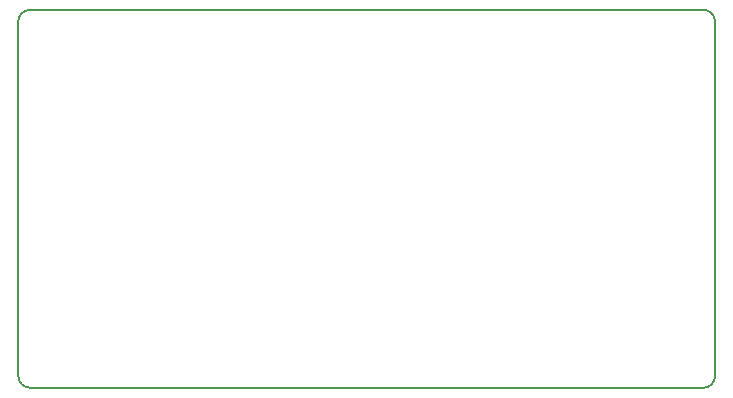
<source format=gko>
%FSLAX25Y25*%
%MOIN*%
G70*
G01*
G75*
G04 Layer_Color=16711935*
%ADD10C,0.02000*%
%ADD11C,0.01500*%
%ADD12C,0.00600*%
%ADD13C,0.01000*%
%ADD14C,0.03000*%
%ADD15C,0.00800*%
%ADD16C,0.02500*%
%ADD17R,0.02362X0.02756*%
%ADD18O,0.05906X0.01575*%
%ADD19R,0.06299X0.10630*%
%ADD20R,0.05512X0.08661*%
%ADD21R,0.05512X0.03543*%
%ADD22R,0.04331X0.05118*%
%ADD23C,0.05906*%
%ADD24R,0.03937X0.12205*%
%ADD25R,0.03937X0.03937*%
%ADD26R,0.05118X0.03150*%
%ADD27R,0.11024X0.08268*%
%ADD28R,0.03543X0.03740*%
%ADD29R,0.03543X0.03740*%
%ADD30O,0.05906X0.00984*%
%ADD31O,0.00984X0.05906*%
%ADD32R,0.03937X0.01378*%
%ADD33O,0.00984X0.02756*%
%ADD34O,0.02756X0.00984*%
%ADD35R,0.10236X0.10630*%
%ADD36R,0.02362X0.03150*%
%ADD37R,0.03150X0.03150*%
%ADD38R,0.03150X0.02362*%
%ADD39R,0.04331X0.03937*%
%ADD40R,0.03150X0.05118*%
%ADD41R,0.08268X0.11024*%
%ADD42R,0.02756X0.02362*%
%ADD43R,0.03500X0.02800*%
%ADD44R,0.02800X0.03500*%
%ADD45R,0.05512X0.06693*%
%ADD46C,0.04724*%
%ADD47R,0.03740X0.03543*%
%ADD48R,0.03740X0.03543*%
%ADD49R,0.07087X0.06299*%
%ADD50R,0.17500X0.26100*%
%ADD51R,0.08900X0.23700*%
%ADD52R,0.37800X0.08900*%
%ADD53R,0.18600X0.12500*%
%ADD54R,0.05300X0.15000*%
%ADD55R,0.08700X0.14600*%
%ADD56R,0.18300X0.06800*%
%ADD57R,0.03100X0.10500*%
%ADD58R,0.27600X0.08000*%
%ADD59R,0.20600X0.13700*%
%ADD60R,0.06700X0.23500*%
%ADD61R,0.10900X0.06800*%
%ADD62R,0.07900X0.07000*%
%ADD63R,0.14900X0.03900*%
%ADD64R,0.05900X0.18900*%
%ADD65R,0.06800X0.03800*%
%ADD66R,0.08500X0.03500*%
%ADD67C,0.07087*%
%ADD68C,0.15748*%
%ADD69R,0.05906X0.05906*%
%ADD70R,0.05906X0.05906*%
%ADD71C,0.01969*%
%ADD72C,0.01575*%
%ADD73C,0.02559*%
%ADD74C,0.02362*%
G04:AMPARAMS|DCode=75|XSize=157.48mil|YSize=118.11mil|CornerRadius=0mil|HoleSize=0mil|Usage=FLASHONLY|Rotation=0.000|XOffset=0mil|YOffset=0mil|HoleType=Round|Shape=Octagon|*
%AMOCTAGOND75*
4,1,8,0.07874,-0.02953,0.07874,0.02953,0.04921,0.05906,-0.04921,0.05906,-0.07874,0.02953,-0.07874,-0.02953,-0.04921,-0.05906,0.04921,-0.05906,0.07874,-0.02953,0.0*
%
%ADD75OCTAGOND75*%

%ADD76O,0.15748X0.11811*%
%ADD77R,0.62400X0.08800*%
%ADD78R,0.10500X0.18500*%
%ADD79C,0.00394*%
%ADD80C,0.00984*%
%ADD81C,0.00984*%
%ADD82C,0.00787*%
%ADD83C,0.00591*%
%ADD84C,0.00500*%
%ADD85C,0.00300*%
%ADD86R,0.03984X0.12820*%
%ADD87O,0.05506X0.01175*%
%ADD88C,0.00100*%
%ADD89R,0.03162X0.03556*%
%ADD90O,0.06706X0.02375*%
%ADD91R,0.07099X0.11430*%
%ADD92R,0.06312X0.09461*%
%ADD93R,0.06312X0.04343*%
%ADD94R,0.05131X0.05918*%
%ADD95C,0.06706*%
%ADD96R,0.04737X0.13005*%
%ADD97R,0.04737X0.04737*%
%ADD98R,0.05918X0.03950*%
%ADD99R,0.11824X0.09068*%
%ADD100R,0.04343X0.04540*%
%ADD101R,0.04343X0.04540*%
%ADD102O,0.06706X0.01784*%
%ADD103O,0.01784X0.06706*%
%ADD104R,0.04737X0.02178*%
%ADD105O,0.01784X0.03556*%
%ADD106O,0.03556X0.01784*%
%ADD107R,0.11036X0.11430*%
%ADD108R,0.03162X0.03950*%
%ADD109R,0.03950X0.03950*%
%ADD110R,0.03950X0.03162*%
%ADD111R,0.05131X0.04737*%
%ADD112R,0.03950X0.05918*%
%ADD113R,0.09068X0.11824*%
%ADD114R,0.03556X0.03162*%
%ADD115R,0.04300X0.03600*%
%ADD116R,0.03600X0.04300*%
%ADD117R,0.06312X0.07493*%
%ADD118C,0.05524*%
%ADD119R,0.04540X0.04343*%
%ADD120R,0.04540X0.04343*%
%ADD121R,0.07887X0.07099*%
%ADD122C,0.07887*%
%ADD123C,0.16548*%
%ADD124R,0.06706X0.06706*%
%ADD125R,0.06706X0.06706*%
%ADD126C,0.02769*%
%ADD127C,0.02375*%
%ADD128C,0.03359*%
%ADD129C,0.03162*%
G04:AMPARAMS|DCode=130|XSize=165.48mil|YSize=126.11mil|CornerRadius=0mil|HoleSize=0mil|Usage=FLASHONLY|Rotation=0.000|XOffset=0mil|YOffset=0mil|HoleType=Round|Shape=Octagon|*
%AMOCTAGOND130*
4,1,8,0.08274,-0.03153,0.08274,0.03153,0.05121,0.06306,-0.05121,0.06306,-0.08274,0.03153,-0.08274,-0.03153,-0.05121,-0.06306,0.05121,-0.06306,0.08274,-0.03153,0.0*
%
%ADD130OCTAGOND130*%

%ADD131O,0.16548X0.12611*%
%ADD132C,0.01200*%
D84*
X-16535Y124016D02*
G03*
X-20472Y120079I0J-3937D01*
G01*
Y1969D02*
G03*
X-16535Y-1969I3937J0D01*
G01*
X207874D02*
G03*
X211811Y1969I0J3937D01*
G01*
Y120079D02*
G03*
X207874Y124016I-3937J0D01*
G01*
X-20472Y1969D02*
Y120079D01*
X-16535Y124016D02*
X207874D01*
X-16535Y-1969D02*
X207874D01*
X211811Y1969D02*
Y120079D01*
M02*

</source>
